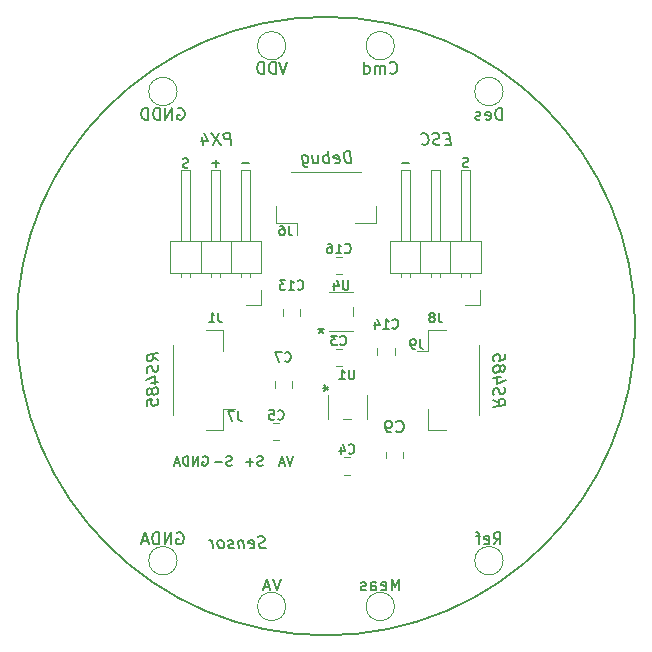
<source format=gbr>
%TF.GenerationSoftware,KiCad,Pcbnew,6.0.10-86aedd382b~118~ubuntu20.04.1*%
%TF.CreationDate,2023-01-12T10:33:16+01:00*%
%TF.ProjectId,thrust_controller,74687275-7374-45f6-936f-6e74726f6c6c,rev?*%
%TF.SameCoordinates,Original*%
%TF.FileFunction,Legend,Bot*%
%TF.FilePolarity,Positive*%
%FSLAX46Y46*%
G04 Gerber Fmt 4.6, Leading zero omitted, Abs format (unit mm)*
G04 Created by KiCad (PCBNEW 6.0.10-86aedd382b~118~ubuntu20.04.1) date 2023-01-12 10:33:16*
%MOMM*%
%LPD*%
G01*
G04 APERTURE LIST*
%TA.AperFunction,Profile*%
%ADD10C,0.200000*%
%TD*%
%ADD11C,0.200000*%
%ADD12C,0.150000*%
%ADD13C,0.120000*%
G04 APERTURE END LIST*
D10*
X169350000Y-83700000D02*
G75*
G03*
X169350000Y-83700000I-26180000J0D01*
G01*
D11*
X138082053Y-102454761D02*
X137945148Y-102502380D01*
X137707053Y-102502380D01*
X137605863Y-102454761D01*
X137552291Y-102407142D01*
X137492767Y-102311904D01*
X137480863Y-102216666D01*
X137516577Y-102121428D01*
X137558244Y-102073809D01*
X137647529Y-102026190D01*
X137832053Y-101978571D01*
X137921339Y-101930952D01*
X137963005Y-101883333D01*
X137998720Y-101788095D01*
X137986815Y-101692857D01*
X137927291Y-101597619D01*
X137873720Y-101550000D01*
X137772529Y-101502380D01*
X137534434Y-101502380D01*
X137397529Y-101550000D01*
X136701101Y-102454761D02*
X136802291Y-102502380D01*
X136992767Y-102502380D01*
X137082053Y-102454761D01*
X137117767Y-102359523D01*
X137070148Y-101978571D01*
X137010625Y-101883333D01*
X136909434Y-101835714D01*
X136718958Y-101835714D01*
X136629672Y-101883333D01*
X136593958Y-101978571D01*
X136605863Y-102073809D01*
X137093958Y-102169047D01*
X136147529Y-101835714D02*
X136230863Y-102502380D01*
X136159434Y-101930952D02*
X136105863Y-101883333D01*
X136004672Y-101835714D01*
X135861815Y-101835714D01*
X135772529Y-101883333D01*
X135736815Y-101978571D01*
X135802291Y-102502380D01*
X135367767Y-102454761D02*
X135278482Y-102502380D01*
X135088005Y-102502380D01*
X134986815Y-102454761D01*
X134927291Y-102359523D01*
X134921339Y-102311904D01*
X134957053Y-102216666D01*
X135046339Y-102169047D01*
X135189196Y-102169047D01*
X135278482Y-102121428D01*
X135314196Y-102026190D01*
X135308244Y-101978571D01*
X135248720Y-101883333D01*
X135147529Y-101835714D01*
X135004672Y-101835714D01*
X134915386Y-101883333D01*
X134373720Y-102502380D02*
X134463005Y-102454761D01*
X134504672Y-102407142D01*
X134540386Y-102311904D01*
X134504672Y-102026190D01*
X134445148Y-101930952D01*
X134391577Y-101883333D01*
X134290386Y-101835714D01*
X134147529Y-101835714D01*
X134058244Y-101883333D01*
X134016577Y-101930952D01*
X133980863Y-102026190D01*
X134016577Y-102311904D01*
X134076101Y-102407142D01*
X134129672Y-102454761D01*
X134230863Y-102502380D01*
X134373720Y-102502380D01*
X133611815Y-102502380D02*
X133528482Y-101835714D01*
X133552291Y-102026190D02*
X133492767Y-101930952D01*
X133439196Y-101883333D01*
X133338005Y-101835714D01*
X133242767Y-101835714D01*
D12*
%TO.C,C13*%
X140774285Y-80535714D02*
X140812380Y-80573809D01*
X140926666Y-80611904D01*
X141002857Y-80611904D01*
X141117142Y-80573809D01*
X141193333Y-80497619D01*
X141231428Y-80421428D01*
X141269523Y-80269047D01*
X141269523Y-80154761D01*
X141231428Y-80002380D01*
X141193333Y-79926190D01*
X141117142Y-79850000D01*
X141002857Y-79811904D01*
X140926666Y-79811904D01*
X140812380Y-79850000D01*
X140774285Y-79888095D01*
X140012380Y-80611904D02*
X140469523Y-80611904D01*
X140240952Y-80611904D02*
X140240952Y-79811904D01*
X140317142Y-79926190D01*
X140393333Y-80002380D01*
X140469523Y-80040476D01*
X139745714Y-79811904D02*
X139250476Y-79811904D01*
X139517142Y-80116666D01*
X139402857Y-80116666D01*
X139326666Y-80154761D01*
X139288571Y-80192857D01*
X139250476Y-80269047D01*
X139250476Y-80459523D01*
X139288571Y-80535714D01*
X139326666Y-80573809D01*
X139402857Y-80611904D01*
X139631428Y-80611904D01*
X139707619Y-80573809D01*
X139745714Y-80535714D01*
%TO.C,C14*%
X148774285Y-83835714D02*
X148812380Y-83873809D01*
X148926666Y-83911904D01*
X149002857Y-83911904D01*
X149117142Y-83873809D01*
X149193333Y-83797619D01*
X149231428Y-83721428D01*
X149269523Y-83569047D01*
X149269523Y-83454761D01*
X149231428Y-83302380D01*
X149193333Y-83226190D01*
X149117142Y-83150000D01*
X149002857Y-83111904D01*
X148926666Y-83111904D01*
X148812380Y-83150000D01*
X148774285Y-83188095D01*
X148012380Y-83911904D02*
X148469523Y-83911904D01*
X148240952Y-83911904D02*
X148240952Y-83111904D01*
X148317142Y-83226190D01*
X148393333Y-83302380D01*
X148469523Y-83340476D01*
X147326666Y-83378571D02*
X147326666Y-83911904D01*
X147517142Y-83073809D02*
X147707619Y-83645238D01*
X147212380Y-83645238D01*
%TO.C,J2*%
X140402857Y-94711904D02*
X140136191Y-95511904D01*
X139869524Y-94711904D01*
X139640953Y-95283333D02*
X139260000Y-95283333D01*
X139717143Y-95511904D02*
X139450476Y-94711904D01*
X139183810Y-95511904D01*
%TO.C,J8*%
X152726666Y-82574504D02*
X152726666Y-83145933D01*
X152764761Y-83260219D01*
X152840952Y-83336409D01*
X152955238Y-83374504D01*
X153031428Y-83374504D01*
X152231428Y-82917361D02*
X152307619Y-82879266D01*
X152345714Y-82841171D01*
X152383809Y-82764980D01*
X152383809Y-82726885D01*
X152345714Y-82650695D01*
X152307619Y-82612600D01*
X152231428Y-82574504D01*
X152079047Y-82574504D01*
X152002857Y-82612600D01*
X151964761Y-82650695D01*
X151926666Y-82726885D01*
X151926666Y-82764980D01*
X151964761Y-82841171D01*
X152002857Y-82879266D01*
X152079047Y-82917361D01*
X152231428Y-82917361D01*
X152307619Y-82955457D01*
X152345714Y-82993552D01*
X152383809Y-83069742D01*
X152383809Y-83222123D01*
X152345714Y-83298314D01*
X152307619Y-83336409D01*
X152231428Y-83374504D01*
X152079047Y-83374504D01*
X152002857Y-83336409D01*
X151964761Y-83298314D01*
X151926666Y-83222123D01*
X151926666Y-83069742D01*
X151964761Y-82993552D01*
X152002857Y-82955457D01*
X152079047Y-82917361D01*
X150214761Y-69887142D02*
X149605238Y-69887142D01*
X154761428Y-69466190D02*
X154875714Y-69428095D01*
X155066190Y-69428095D01*
X155142380Y-69466190D01*
X155180476Y-69504285D01*
X155218571Y-69580476D01*
X155218571Y-69656666D01*
X155180476Y-69732857D01*
X155142380Y-69770952D01*
X155066190Y-69809047D01*
X154913809Y-69847142D01*
X154837619Y-69885238D01*
X154799523Y-69923333D01*
X154761428Y-69999523D01*
X154761428Y-70075714D01*
X154799523Y-70151904D01*
X154837619Y-70190000D01*
X154913809Y-70228095D01*
X155104285Y-70228095D01*
X155218571Y-70190000D01*
D11*
X153659672Y-67838571D02*
X153326339Y-67838571D01*
X153248958Y-68362380D02*
X153725148Y-68362380D01*
X153600148Y-67362380D01*
X153123958Y-67362380D01*
X152862053Y-68314761D02*
X152725148Y-68362380D01*
X152487053Y-68362380D01*
X152385863Y-68314761D01*
X152332291Y-68267142D01*
X152272767Y-68171904D01*
X152260863Y-68076666D01*
X152296577Y-67981428D01*
X152338244Y-67933809D01*
X152427529Y-67886190D01*
X152612053Y-67838571D01*
X152701339Y-67790952D01*
X152743005Y-67743333D01*
X152778720Y-67648095D01*
X152766815Y-67552857D01*
X152707291Y-67457619D01*
X152653720Y-67410000D01*
X152552529Y-67362380D01*
X152314434Y-67362380D01*
X152177529Y-67410000D01*
X151284672Y-68267142D02*
X151338244Y-68314761D01*
X151487053Y-68362380D01*
X151582291Y-68362380D01*
X151719196Y-68314761D01*
X151802529Y-68219523D01*
X151838244Y-68124285D01*
X151862053Y-67933809D01*
X151844196Y-67790952D01*
X151772767Y-67600476D01*
X151713244Y-67505238D01*
X151606101Y-67410000D01*
X151457291Y-67362380D01*
X151362053Y-67362380D01*
X151225148Y-67410000D01*
X151183482Y-67457619D01*
D12*
%TO.C,TP6*%
X130560476Y-101220000D02*
X130655714Y-101172380D01*
X130798571Y-101172380D01*
X130941428Y-101220000D01*
X131036666Y-101315238D01*
X131084285Y-101410476D01*
X131131904Y-101600952D01*
X131131904Y-101743809D01*
X131084285Y-101934285D01*
X131036666Y-102029523D01*
X130941428Y-102124761D01*
X130798571Y-102172380D01*
X130703333Y-102172380D01*
X130560476Y-102124761D01*
X130512857Y-102077142D01*
X130512857Y-101743809D01*
X130703333Y-101743809D01*
X130084285Y-102172380D02*
X130084285Y-101172380D01*
X129512857Y-102172380D01*
X129512857Y-101172380D01*
X129036666Y-102172380D02*
X129036666Y-101172380D01*
X128798571Y-101172380D01*
X128655714Y-101220000D01*
X128560476Y-101315238D01*
X128512857Y-101410476D01*
X128465238Y-101600952D01*
X128465238Y-101743809D01*
X128512857Y-101934285D01*
X128560476Y-102029523D01*
X128655714Y-102124761D01*
X128798571Y-102172380D01*
X129036666Y-102172380D01*
X128084285Y-101886666D02*
X127608095Y-101886666D01*
X128179523Y-102172380D02*
X127846190Y-101172380D01*
X127512857Y-102172380D01*
%TO.C,J5*%
X132745714Y-94750000D02*
X132821905Y-94711904D01*
X132936191Y-94711904D01*
X133050476Y-94750000D01*
X133126667Y-94826190D01*
X133164762Y-94902380D01*
X133202857Y-95054761D01*
X133202857Y-95169047D01*
X133164762Y-95321428D01*
X133126667Y-95397619D01*
X133050476Y-95473809D01*
X132936191Y-95511904D01*
X132860000Y-95511904D01*
X132745714Y-95473809D01*
X132707619Y-95435714D01*
X132707619Y-95169047D01*
X132860000Y-95169047D01*
X132364762Y-95511904D02*
X132364762Y-94711904D01*
X131907619Y-95511904D01*
X131907619Y-94711904D01*
X131526667Y-95511904D02*
X131526667Y-94711904D01*
X131336191Y-94711904D01*
X131221905Y-94750000D01*
X131145714Y-94826190D01*
X131107619Y-94902380D01*
X131069524Y-95054761D01*
X131069524Y-95169047D01*
X131107619Y-95321428D01*
X131145714Y-95397619D01*
X131221905Y-95473809D01*
X131336191Y-95511904D01*
X131526667Y-95511904D01*
X130764762Y-95283333D02*
X130383810Y-95283333D01*
X130840953Y-95511904D02*
X130574286Y-94711904D01*
X130307619Y-95511904D01*
%TO.C,U1*%
X145569523Y-87411904D02*
X145569523Y-88059523D01*
X145531428Y-88135714D01*
X145493333Y-88173809D01*
X145417142Y-88211904D01*
X145264761Y-88211904D01*
X145188571Y-88173809D01*
X145150476Y-88135714D01*
X145112380Y-88059523D01*
X145112380Y-87411904D01*
X144312380Y-88211904D02*
X144769523Y-88211904D01*
X144540952Y-88211904D02*
X144540952Y-87411904D01*
X144617142Y-87526190D01*
X144693333Y-87602380D01*
X144769523Y-87640476D01*
X142902380Y-88960000D02*
X143140476Y-88960000D01*
X143045238Y-88721904D02*
X143140476Y-88960000D01*
X143045238Y-89198095D01*
X143330952Y-88817142D02*
X143140476Y-88960000D01*
X143330952Y-89102857D01*
%TO.C,TP1*%
X139331904Y-105072380D02*
X138998571Y-106072380D01*
X138665238Y-105072380D01*
X138379523Y-105786666D02*
X137903333Y-105786666D01*
X138474761Y-106072380D02*
X138141428Y-105072380D01*
X137808095Y-106072380D01*
%TO.C,TP7*%
X148579523Y-62237142D02*
X148627142Y-62284761D01*
X148770000Y-62332380D01*
X148865238Y-62332380D01*
X149008095Y-62284761D01*
X149103333Y-62189523D01*
X149150952Y-62094285D01*
X149198571Y-61903809D01*
X149198571Y-61760952D01*
X149150952Y-61570476D01*
X149103333Y-61475238D01*
X149008095Y-61380000D01*
X148865238Y-61332380D01*
X148770000Y-61332380D01*
X148627142Y-61380000D01*
X148579523Y-61427619D01*
X148150952Y-62332380D02*
X148150952Y-61665714D01*
X148150952Y-61760952D02*
X148103333Y-61713333D01*
X148008095Y-61665714D01*
X147865238Y-61665714D01*
X147770000Y-61713333D01*
X147722380Y-61808571D01*
X147722380Y-62332380D01*
X147722380Y-61808571D02*
X147674761Y-61713333D01*
X147579523Y-61665714D01*
X147436666Y-61665714D01*
X147341428Y-61713333D01*
X147293809Y-61808571D01*
X147293809Y-62332380D01*
X146389047Y-62332380D02*
X146389047Y-61332380D01*
X146389047Y-62284761D02*
X146484285Y-62332380D01*
X146674761Y-62332380D01*
X146770000Y-62284761D01*
X146817619Y-62237142D01*
X146865238Y-62141904D01*
X146865238Y-61856190D01*
X146817619Y-61760952D01*
X146770000Y-61713333D01*
X146674761Y-61665714D01*
X146484285Y-61665714D01*
X146389047Y-61713333D01*
%TO.C,C4*%
X145093333Y-94435714D02*
X145131428Y-94473809D01*
X145245714Y-94511904D01*
X145321904Y-94511904D01*
X145436190Y-94473809D01*
X145512380Y-94397619D01*
X145550476Y-94321428D01*
X145588571Y-94169047D01*
X145588571Y-94054761D01*
X145550476Y-93902380D01*
X145512380Y-93826190D01*
X145436190Y-93750000D01*
X145321904Y-93711904D01*
X145245714Y-93711904D01*
X145131428Y-93750000D01*
X145093333Y-93788095D01*
X144407619Y-93978571D02*
X144407619Y-94511904D01*
X144598095Y-93673809D02*
X144788571Y-94245238D01*
X144293333Y-94245238D01*
%TO.C,J1*%
X134066666Y-82574504D02*
X134066666Y-83145933D01*
X134104761Y-83260219D01*
X134180952Y-83336409D01*
X134295238Y-83374504D01*
X134371428Y-83374504D01*
X133266666Y-83374504D02*
X133723809Y-83374504D01*
X133495238Y-83374504D02*
X133495238Y-82574504D01*
X133571428Y-82688790D01*
X133647619Y-82764980D01*
X133723809Y-82803076D01*
D11*
X135158958Y-68362380D02*
X135033958Y-67362380D01*
X134653005Y-67362380D01*
X134563720Y-67410000D01*
X134522053Y-67457619D01*
X134486339Y-67552857D01*
X134504196Y-67695714D01*
X134563720Y-67790952D01*
X134617291Y-67838571D01*
X134718482Y-67886190D01*
X135099434Y-67886190D01*
X134129196Y-67362380D02*
X133587529Y-68362380D01*
X133462529Y-67362380D02*
X134254196Y-68362380D01*
X132694672Y-67695714D02*
X132778005Y-68362380D01*
X132885148Y-67314761D02*
X133212529Y-68029047D01*
X132593482Y-68029047D01*
D12*
X131513571Y-70248809D02*
X131399285Y-70286904D01*
X131208809Y-70286904D01*
X131132619Y-70248809D01*
X131094523Y-70210714D01*
X131056428Y-70134523D01*
X131056428Y-70058333D01*
X131094523Y-69982142D01*
X131132619Y-69944047D01*
X131208809Y-69905952D01*
X131361190Y-69867857D01*
X131437380Y-69829761D01*
X131475476Y-69791666D01*
X131513571Y-69715476D01*
X131513571Y-69639285D01*
X131475476Y-69563095D01*
X131437380Y-69525000D01*
X131361190Y-69486904D01*
X131170714Y-69486904D01*
X131056428Y-69525000D01*
X136689761Y-69922142D02*
X136080238Y-69922142D01*
X133827142Y-69615238D02*
X133827142Y-70224761D01*
X134131904Y-69920000D02*
X133522380Y-69920000D01*
%TO.C,J6*%
X140026666Y-75211904D02*
X140026666Y-75783333D01*
X140064761Y-75897619D01*
X140140952Y-75973809D01*
X140255238Y-76011904D01*
X140331428Y-76011904D01*
X139302857Y-75211904D02*
X139455238Y-75211904D01*
X139531428Y-75250000D01*
X139569523Y-75288095D01*
X139645714Y-75402380D01*
X139683809Y-75554761D01*
X139683809Y-75859523D01*
X139645714Y-75935714D01*
X139607619Y-75973809D01*
X139531428Y-76011904D01*
X139379047Y-76011904D01*
X139302857Y-75973809D01*
X139264761Y-75935714D01*
X139226666Y-75859523D01*
X139226666Y-75669047D01*
X139264761Y-75592857D01*
X139302857Y-75554761D01*
X139379047Y-75516666D01*
X139531428Y-75516666D01*
X139607619Y-75554761D01*
X139645714Y-75592857D01*
X139683809Y-75669047D01*
D11*
X145302291Y-69902380D02*
X145177291Y-68902380D01*
X144939196Y-68902380D01*
X144802291Y-68950000D01*
X144718958Y-69045238D01*
X144683244Y-69140476D01*
X144659434Y-69330952D01*
X144677291Y-69473809D01*
X144748720Y-69664285D01*
X144808244Y-69759523D01*
X144915386Y-69854761D01*
X145064196Y-69902380D01*
X145302291Y-69902380D01*
X143915386Y-69854761D02*
X144016577Y-69902380D01*
X144207053Y-69902380D01*
X144296339Y-69854761D01*
X144332053Y-69759523D01*
X144284434Y-69378571D01*
X144224910Y-69283333D01*
X144123720Y-69235714D01*
X143933244Y-69235714D01*
X143843958Y-69283333D01*
X143808244Y-69378571D01*
X143820148Y-69473809D01*
X144308244Y-69569047D01*
X143445148Y-69902380D02*
X143320148Y-68902380D01*
X143367767Y-69283333D02*
X143266577Y-69235714D01*
X143076101Y-69235714D01*
X142986815Y-69283333D01*
X142945148Y-69330952D01*
X142909434Y-69426190D01*
X142945148Y-69711904D01*
X143004672Y-69807142D01*
X143058244Y-69854761D01*
X143159434Y-69902380D01*
X143349910Y-69902380D01*
X143439196Y-69854761D01*
X142028482Y-69235714D02*
X142111815Y-69902380D01*
X142457053Y-69235714D02*
X142522529Y-69759523D01*
X142486815Y-69854761D01*
X142397529Y-69902380D01*
X142254672Y-69902380D01*
X142153482Y-69854761D01*
X142099910Y-69807142D01*
X141123720Y-69235714D02*
X141224910Y-70045238D01*
X141284434Y-70140476D01*
X141338005Y-70188095D01*
X141439196Y-70235714D01*
X141582053Y-70235714D01*
X141671339Y-70188095D01*
X141201101Y-69854761D02*
X141302291Y-69902380D01*
X141492767Y-69902380D01*
X141582053Y-69854761D01*
X141623720Y-69807142D01*
X141659434Y-69711904D01*
X141623720Y-69426190D01*
X141564196Y-69330952D01*
X141510625Y-69283333D01*
X141409434Y-69235714D01*
X141218958Y-69235714D01*
X141129672Y-69283333D01*
D12*
%TO.C,U4*%
X145069523Y-79811904D02*
X145069523Y-80459523D01*
X145031428Y-80535714D01*
X144993333Y-80573809D01*
X144917142Y-80611904D01*
X144764761Y-80611904D01*
X144688571Y-80573809D01*
X144650476Y-80535714D01*
X144612380Y-80459523D01*
X144612380Y-79811904D01*
X143888571Y-80078571D02*
X143888571Y-80611904D01*
X144079047Y-79773809D02*
X144269523Y-80345238D01*
X143774285Y-80345238D01*
X142750000Y-83832380D02*
X142750000Y-84070476D01*
X142988095Y-83975238D02*
X142750000Y-84070476D01*
X142511904Y-83975238D01*
X142892857Y-84260952D02*
X142750000Y-84070476D01*
X142607142Y-84260952D01*
%TO.C,J3*%
X137817143Y-95473809D02*
X137702857Y-95511904D01*
X137512381Y-95511904D01*
X137436191Y-95473809D01*
X137398095Y-95435714D01*
X137360000Y-95359523D01*
X137360000Y-95283333D01*
X137398095Y-95207142D01*
X137436191Y-95169047D01*
X137512381Y-95130952D01*
X137664762Y-95092857D01*
X137740953Y-95054761D01*
X137779048Y-95016666D01*
X137817143Y-94940476D01*
X137817143Y-94864285D01*
X137779048Y-94788095D01*
X137740953Y-94750000D01*
X137664762Y-94711904D01*
X137474286Y-94711904D01*
X137360000Y-94750000D01*
X137017143Y-95207142D02*
X136407619Y-95207142D01*
X136712381Y-95511904D02*
X136712381Y-94902380D01*
%TO.C,TP5*%
X139903333Y-61332380D02*
X139570000Y-62332380D01*
X139236666Y-61332380D01*
X138903333Y-62332380D02*
X138903333Y-61332380D01*
X138665238Y-61332380D01*
X138522380Y-61380000D01*
X138427142Y-61475238D01*
X138379523Y-61570476D01*
X138331904Y-61760952D01*
X138331904Y-61903809D01*
X138379523Y-62094285D01*
X138427142Y-62189523D01*
X138522380Y-62284761D01*
X138665238Y-62332380D01*
X138903333Y-62332380D01*
X137903333Y-62332380D02*
X137903333Y-61332380D01*
X137665238Y-61332380D01*
X137522380Y-61380000D01*
X137427142Y-61475238D01*
X137379523Y-61570476D01*
X137331904Y-61760952D01*
X137331904Y-61903809D01*
X137379523Y-62094285D01*
X137427142Y-62189523D01*
X137522380Y-62284761D01*
X137665238Y-62332380D01*
X137903333Y-62332380D01*
%TO.C,J7*%
X135726666Y-90911904D02*
X135726666Y-91483333D01*
X135764761Y-91597619D01*
X135840952Y-91673809D01*
X135955238Y-91711904D01*
X136031428Y-91711904D01*
X135421904Y-90911904D02*
X134888571Y-90911904D01*
X135231428Y-91711904D01*
D11*
X128992380Y-86590089D02*
X128516190Y-86316279D01*
X128992380Y-86018660D02*
X127992380Y-86143660D01*
X127992380Y-86524613D01*
X128040000Y-86613898D01*
X128087619Y-86655565D01*
X128182857Y-86691279D01*
X128325714Y-86673422D01*
X128420952Y-86613898D01*
X128468571Y-86560327D01*
X128516190Y-86459136D01*
X128516190Y-86078184D01*
X128944761Y-86976994D02*
X128992380Y-87113898D01*
X128992380Y-87351994D01*
X128944761Y-87453184D01*
X128897142Y-87506755D01*
X128801904Y-87566279D01*
X128706666Y-87578184D01*
X128611428Y-87542470D01*
X128563809Y-87500803D01*
X128516190Y-87411517D01*
X128468571Y-87226994D01*
X128420952Y-87137708D01*
X128373333Y-87096041D01*
X128278095Y-87060327D01*
X128182857Y-87072232D01*
X128087619Y-87131755D01*
X128040000Y-87185327D01*
X127992380Y-87286517D01*
X127992380Y-87524613D01*
X128040000Y-87661517D01*
X128325714Y-88482946D02*
X128992380Y-88399613D01*
X127944761Y-88292470D02*
X128659047Y-87965089D01*
X128659047Y-88584136D01*
X128420952Y-89137708D02*
X128373333Y-89048422D01*
X128325714Y-89006755D01*
X128230476Y-88971041D01*
X128182857Y-88976994D01*
X128087619Y-89036517D01*
X128040000Y-89090089D01*
X127992380Y-89191279D01*
X127992380Y-89381755D01*
X128040000Y-89471041D01*
X128087619Y-89512708D01*
X128182857Y-89548422D01*
X128230476Y-89542470D01*
X128325714Y-89482946D01*
X128373333Y-89429375D01*
X128420952Y-89328184D01*
X128420952Y-89137708D01*
X128468571Y-89036517D01*
X128516190Y-88982946D01*
X128611428Y-88923422D01*
X128801904Y-88899613D01*
X128897142Y-88935327D01*
X128944761Y-88976994D01*
X128992380Y-89066279D01*
X128992380Y-89256755D01*
X128944761Y-89357946D01*
X128897142Y-89411517D01*
X128801904Y-89471041D01*
X128611428Y-89494851D01*
X128516190Y-89459136D01*
X128468571Y-89417470D01*
X128420952Y-89328184D01*
X127992380Y-90476994D02*
X127992380Y-90000803D01*
X128468571Y-89893660D01*
X128420952Y-89947232D01*
X128373333Y-90048422D01*
X128373333Y-90286517D01*
X128420952Y-90375803D01*
X128468571Y-90417470D01*
X128563809Y-90453184D01*
X128801904Y-90423422D01*
X128897142Y-90363898D01*
X128944761Y-90310327D01*
X128992380Y-90209136D01*
X128992380Y-89971041D01*
X128944761Y-89881755D01*
X128897142Y-89840089D01*
D12*
%TO.C,TP4*%
X157374761Y-102172380D02*
X157708095Y-101696190D01*
X157946190Y-102172380D02*
X157946190Y-101172380D01*
X157565238Y-101172380D01*
X157470000Y-101220000D01*
X157422380Y-101267619D01*
X157374761Y-101362857D01*
X157374761Y-101505714D01*
X157422380Y-101600952D01*
X157470000Y-101648571D01*
X157565238Y-101696190D01*
X157946190Y-101696190D01*
X156565238Y-102124761D02*
X156660476Y-102172380D01*
X156850952Y-102172380D01*
X156946190Y-102124761D01*
X156993809Y-102029523D01*
X156993809Y-101648571D01*
X156946190Y-101553333D01*
X156850952Y-101505714D01*
X156660476Y-101505714D01*
X156565238Y-101553333D01*
X156517619Y-101648571D01*
X156517619Y-101743809D01*
X156993809Y-101839047D01*
X156231904Y-101505714D02*
X155850952Y-101505714D01*
X156089047Y-102172380D02*
X156089047Y-101315238D01*
X156041428Y-101220000D01*
X155946190Y-101172380D01*
X155850952Y-101172380D01*
%TO.C,J9*%
X151126666Y-84811904D02*
X151126666Y-85383333D01*
X151164761Y-85497619D01*
X151240952Y-85573809D01*
X151355238Y-85611904D01*
X151431428Y-85611904D01*
X150707619Y-85611904D02*
X150555238Y-85611904D01*
X150479047Y-85573809D01*
X150440952Y-85535714D01*
X150364761Y-85421428D01*
X150326666Y-85269047D01*
X150326666Y-84964285D01*
X150364761Y-84888095D01*
X150402857Y-84850000D01*
X150479047Y-84811904D01*
X150631428Y-84811904D01*
X150707619Y-84850000D01*
X150745714Y-84888095D01*
X150783809Y-84964285D01*
X150783809Y-85154761D01*
X150745714Y-85230952D01*
X150707619Y-85269047D01*
X150631428Y-85307142D01*
X150479047Y-85307142D01*
X150402857Y-85269047D01*
X150364761Y-85230952D01*
X150326666Y-85154761D01*
D11*
X157327619Y-89939910D02*
X157803809Y-90213720D01*
X157327619Y-90511339D02*
X158327619Y-90386339D01*
X158327619Y-90005386D01*
X158280000Y-89916101D01*
X158232380Y-89874434D01*
X158137142Y-89838720D01*
X157994285Y-89856577D01*
X157899047Y-89916101D01*
X157851428Y-89969672D01*
X157803809Y-90070863D01*
X157803809Y-90451815D01*
X157375238Y-89553005D02*
X157327619Y-89416101D01*
X157327619Y-89178005D01*
X157375238Y-89076815D01*
X157422857Y-89023244D01*
X157518095Y-88963720D01*
X157613333Y-88951815D01*
X157708571Y-88987529D01*
X157756190Y-89029196D01*
X157803809Y-89118482D01*
X157851428Y-89303005D01*
X157899047Y-89392291D01*
X157946666Y-89433958D01*
X158041904Y-89469672D01*
X158137142Y-89457767D01*
X158232380Y-89398244D01*
X158280000Y-89344672D01*
X158327619Y-89243482D01*
X158327619Y-89005386D01*
X158280000Y-88868482D01*
X157994285Y-88047053D02*
X157327619Y-88130386D01*
X158375238Y-88237529D02*
X157660952Y-88564910D01*
X157660952Y-87945863D01*
X157899047Y-87392291D02*
X157946666Y-87481577D01*
X157994285Y-87523244D01*
X158089523Y-87558958D01*
X158137142Y-87553005D01*
X158232380Y-87493482D01*
X158280000Y-87439910D01*
X158327619Y-87338720D01*
X158327619Y-87148244D01*
X158280000Y-87058958D01*
X158232380Y-87017291D01*
X158137142Y-86981577D01*
X158089523Y-86987529D01*
X157994285Y-87047053D01*
X157946666Y-87100625D01*
X157899047Y-87201815D01*
X157899047Y-87392291D01*
X157851428Y-87493482D01*
X157803809Y-87547053D01*
X157708571Y-87606577D01*
X157518095Y-87630386D01*
X157422857Y-87594672D01*
X157375238Y-87553005D01*
X157327619Y-87463720D01*
X157327619Y-87273244D01*
X157375238Y-87172053D01*
X157422857Y-87118482D01*
X157518095Y-87058958D01*
X157708571Y-87035148D01*
X157803809Y-87070863D01*
X157851428Y-87112529D01*
X157899047Y-87201815D01*
X158327619Y-86053005D02*
X158327619Y-86529196D01*
X157851428Y-86636339D01*
X157899047Y-86582767D01*
X157946666Y-86481577D01*
X157946666Y-86243482D01*
X157899047Y-86154196D01*
X157851428Y-86112529D01*
X157756190Y-86076815D01*
X157518095Y-86106577D01*
X157422857Y-86166101D01*
X157375238Y-86219672D01*
X157327619Y-86320863D01*
X157327619Y-86558958D01*
X157375238Y-86648244D01*
X157422857Y-86689910D01*
D12*
%TO.C,C3*%
X144393333Y-85235714D02*
X144431428Y-85273809D01*
X144545714Y-85311904D01*
X144621904Y-85311904D01*
X144736190Y-85273809D01*
X144812380Y-85197619D01*
X144850476Y-85121428D01*
X144888571Y-84969047D01*
X144888571Y-84854761D01*
X144850476Y-84702380D01*
X144812380Y-84626190D01*
X144736190Y-84550000D01*
X144621904Y-84511904D01*
X144545714Y-84511904D01*
X144431428Y-84550000D01*
X144393333Y-84588095D01*
X144126666Y-84511904D02*
X143631428Y-84511904D01*
X143898095Y-84816666D01*
X143783809Y-84816666D01*
X143707619Y-84854761D01*
X143669523Y-84892857D01*
X143631428Y-84969047D01*
X143631428Y-85159523D01*
X143669523Y-85235714D01*
X143707619Y-85273809D01*
X143783809Y-85311904D01*
X144012380Y-85311904D01*
X144088571Y-85273809D01*
X144126666Y-85235714D01*
%TO.C,TP3*%
X149389047Y-106072380D02*
X149389047Y-105072380D01*
X149055714Y-105786666D01*
X148722380Y-105072380D01*
X148722380Y-106072380D01*
X147865238Y-106024761D02*
X147960476Y-106072380D01*
X148150952Y-106072380D01*
X148246190Y-106024761D01*
X148293809Y-105929523D01*
X148293809Y-105548571D01*
X148246190Y-105453333D01*
X148150952Y-105405714D01*
X147960476Y-105405714D01*
X147865238Y-105453333D01*
X147817619Y-105548571D01*
X147817619Y-105643809D01*
X148293809Y-105739047D01*
X146960476Y-106072380D02*
X146960476Y-105548571D01*
X147008095Y-105453333D01*
X147103333Y-105405714D01*
X147293809Y-105405714D01*
X147389047Y-105453333D01*
X146960476Y-106024761D02*
X147055714Y-106072380D01*
X147293809Y-106072380D01*
X147389047Y-106024761D01*
X147436666Y-105929523D01*
X147436666Y-105834285D01*
X147389047Y-105739047D01*
X147293809Y-105691428D01*
X147055714Y-105691428D01*
X146960476Y-105643809D01*
X146531904Y-106024761D02*
X146436666Y-106072380D01*
X146246190Y-106072380D01*
X146150952Y-106024761D01*
X146103333Y-105929523D01*
X146103333Y-105881904D01*
X146150952Y-105786666D01*
X146246190Y-105739047D01*
X146389047Y-105739047D01*
X146484285Y-105691428D01*
X146531904Y-105596190D01*
X146531904Y-105548571D01*
X146484285Y-105453333D01*
X146389047Y-105405714D01*
X146246190Y-105405714D01*
X146150952Y-105453333D01*
%TO.C,C7*%
X139693333Y-86635714D02*
X139731428Y-86673809D01*
X139845714Y-86711904D01*
X139921904Y-86711904D01*
X140036190Y-86673809D01*
X140112380Y-86597619D01*
X140150476Y-86521428D01*
X140188571Y-86369047D01*
X140188571Y-86254761D01*
X140150476Y-86102380D01*
X140112380Y-86026190D01*
X140036190Y-85950000D01*
X139921904Y-85911904D01*
X139845714Y-85911904D01*
X139731428Y-85950000D01*
X139693333Y-85988095D01*
X139426666Y-85911904D02*
X138893333Y-85911904D01*
X139236190Y-86711904D01*
%TO.C,C5*%
X139093333Y-91535714D02*
X139131428Y-91573809D01*
X139245714Y-91611904D01*
X139321904Y-91611904D01*
X139436190Y-91573809D01*
X139512380Y-91497619D01*
X139550476Y-91421428D01*
X139588571Y-91269047D01*
X139588571Y-91154761D01*
X139550476Y-91002380D01*
X139512380Y-90926190D01*
X139436190Y-90850000D01*
X139321904Y-90811904D01*
X139245714Y-90811904D01*
X139131428Y-90850000D01*
X139093333Y-90888095D01*
X138369523Y-90811904D02*
X138750476Y-90811904D01*
X138788571Y-91192857D01*
X138750476Y-91154761D01*
X138674285Y-91116666D01*
X138483809Y-91116666D01*
X138407619Y-91154761D01*
X138369523Y-91192857D01*
X138331428Y-91269047D01*
X138331428Y-91459523D01*
X138369523Y-91535714D01*
X138407619Y-91573809D01*
X138483809Y-91611904D01*
X138674285Y-91611904D01*
X138750476Y-91573809D01*
X138788571Y-91535714D01*
%TO.C,J4*%
X135183809Y-95473809D02*
X135069523Y-95511904D01*
X134879047Y-95511904D01*
X134802857Y-95473809D01*
X134764761Y-95435714D01*
X134726666Y-95359523D01*
X134726666Y-95283333D01*
X134764761Y-95207142D01*
X134802857Y-95169047D01*
X134879047Y-95130952D01*
X135031428Y-95092857D01*
X135107619Y-95054761D01*
X135145714Y-95016666D01*
X135183809Y-94940476D01*
X135183809Y-94864285D01*
X135145714Y-94788095D01*
X135107619Y-94750000D01*
X135031428Y-94711904D01*
X134840952Y-94711904D01*
X134726666Y-94750000D01*
X134383809Y-95207142D02*
X133774285Y-95207142D01*
%TO.C,TP2*%
X158065238Y-66232380D02*
X158065238Y-65232380D01*
X157827142Y-65232380D01*
X157684285Y-65280000D01*
X157589047Y-65375238D01*
X157541428Y-65470476D01*
X157493809Y-65660952D01*
X157493809Y-65803809D01*
X157541428Y-65994285D01*
X157589047Y-66089523D01*
X157684285Y-66184761D01*
X157827142Y-66232380D01*
X158065238Y-66232380D01*
X156684285Y-66184761D02*
X156779523Y-66232380D01*
X156970000Y-66232380D01*
X157065238Y-66184761D01*
X157112857Y-66089523D01*
X157112857Y-65708571D01*
X157065238Y-65613333D01*
X156970000Y-65565714D01*
X156779523Y-65565714D01*
X156684285Y-65613333D01*
X156636666Y-65708571D01*
X156636666Y-65803809D01*
X157112857Y-65899047D01*
X156255714Y-66184761D02*
X156160476Y-66232380D01*
X155970000Y-66232380D01*
X155874761Y-66184761D01*
X155827142Y-66089523D01*
X155827142Y-66041904D01*
X155874761Y-65946666D01*
X155970000Y-65899047D01*
X156112857Y-65899047D01*
X156208095Y-65851428D01*
X156255714Y-65756190D01*
X156255714Y-65708571D01*
X156208095Y-65613333D01*
X156112857Y-65565714D01*
X155970000Y-65565714D01*
X155874761Y-65613333D01*
%TO.C,C16*%
X144774285Y-77435714D02*
X144812380Y-77473809D01*
X144926666Y-77511904D01*
X145002857Y-77511904D01*
X145117142Y-77473809D01*
X145193333Y-77397619D01*
X145231428Y-77321428D01*
X145269523Y-77169047D01*
X145269523Y-77054761D01*
X145231428Y-76902380D01*
X145193333Y-76826190D01*
X145117142Y-76750000D01*
X145002857Y-76711904D01*
X144926666Y-76711904D01*
X144812380Y-76750000D01*
X144774285Y-76788095D01*
X144012380Y-77511904D02*
X144469523Y-77511904D01*
X144240952Y-77511904D02*
X144240952Y-76711904D01*
X144317142Y-76826190D01*
X144393333Y-76902380D01*
X144469523Y-76940476D01*
X143326666Y-76711904D02*
X143479047Y-76711904D01*
X143555238Y-76750000D01*
X143593333Y-76788095D01*
X143669523Y-76902380D01*
X143707619Y-77054761D01*
X143707619Y-77359523D01*
X143669523Y-77435714D01*
X143631428Y-77473809D01*
X143555238Y-77511904D01*
X143402857Y-77511904D01*
X143326666Y-77473809D01*
X143288571Y-77435714D01*
X143250476Y-77359523D01*
X143250476Y-77169047D01*
X143288571Y-77092857D01*
X143326666Y-77054761D01*
X143402857Y-77016666D01*
X143555238Y-77016666D01*
X143631428Y-77054761D01*
X143669523Y-77092857D01*
X143707619Y-77169047D01*
%TO.C,TP8*%
X130631904Y-65270000D02*
X130727142Y-65222380D01*
X130870000Y-65222380D01*
X131012857Y-65270000D01*
X131108095Y-65365238D01*
X131155714Y-65460476D01*
X131203333Y-65650952D01*
X131203333Y-65793809D01*
X131155714Y-65984285D01*
X131108095Y-66079523D01*
X131012857Y-66174761D01*
X130870000Y-66222380D01*
X130774761Y-66222380D01*
X130631904Y-66174761D01*
X130584285Y-66127142D01*
X130584285Y-65793809D01*
X130774761Y-65793809D01*
X130155714Y-66222380D02*
X130155714Y-65222380D01*
X129584285Y-66222380D01*
X129584285Y-65222380D01*
X129108095Y-66222380D02*
X129108095Y-65222380D01*
X128870000Y-65222380D01*
X128727142Y-65270000D01*
X128631904Y-65365238D01*
X128584285Y-65460476D01*
X128536666Y-65650952D01*
X128536666Y-65793809D01*
X128584285Y-65984285D01*
X128631904Y-66079523D01*
X128727142Y-66174761D01*
X128870000Y-66222380D01*
X129108095Y-66222380D01*
X128108095Y-66222380D02*
X128108095Y-65222380D01*
X127870000Y-65222380D01*
X127727142Y-65270000D01*
X127631904Y-65365238D01*
X127584285Y-65460476D01*
X127536666Y-65650952D01*
X127536666Y-65793809D01*
X127584285Y-65984285D01*
X127631904Y-66079523D01*
X127727142Y-66174761D01*
X127870000Y-66222380D01*
X128108095Y-66222380D01*
%TO.C,C9*%
X149126666Y-92607142D02*
X149174285Y-92654761D01*
X149317142Y-92702380D01*
X149412380Y-92702380D01*
X149555238Y-92654761D01*
X149650476Y-92559523D01*
X149698095Y-92464285D01*
X149745714Y-92273809D01*
X149745714Y-92130952D01*
X149698095Y-91940476D01*
X149650476Y-91845238D01*
X149555238Y-91750000D01*
X149412380Y-91702380D01*
X149317142Y-91702380D01*
X149174285Y-91750000D01*
X149126666Y-91797619D01*
X148650476Y-92702380D02*
X148460000Y-92702380D01*
X148364761Y-92654761D01*
X148317142Y-92607142D01*
X148221904Y-92464285D01*
X148174285Y-92273809D01*
X148174285Y-91892857D01*
X148221904Y-91797619D01*
X148269523Y-91750000D01*
X148364761Y-91702380D01*
X148555238Y-91702380D01*
X148650476Y-91750000D01*
X148698095Y-91797619D01*
X148745714Y-91892857D01*
X148745714Y-92130952D01*
X148698095Y-92226190D01*
X148650476Y-92273809D01*
X148555238Y-92321428D01*
X148364761Y-92321428D01*
X148269523Y-92273809D01*
X148221904Y-92226190D01*
X148174285Y-92130952D01*
D13*
%TO.C,C13*%
X140995000Y-82811252D02*
X140995000Y-82288748D01*
X139525000Y-82811252D02*
X139525000Y-82288748D01*
%TO.C,C14*%
X148995000Y-85588748D02*
X148995000Y-86111252D01*
X147525000Y-85588748D02*
X147525000Y-86111252D01*
%TO.C,J8*%
X156315000Y-79185000D02*
X148575000Y-79185000D01*
X154985000Y-81895000D02*
X156255000Y-81895000D01*
X149525000Y-70525000D02*
X149525000Y-76525000D01*
X154605000Y-79515000D02*
X154605000Y-79185000D01*
X148575000Y-79185000D02*
X148575000Y-76525000D01*
X152825000Y-76525000D02*
X152825000Y-70525000D01*
X150285000Y-76525000D02*
X150285000Y-70525000D01*
X152065000Y-79582071D02*
X152065000Y-79185000D01*
X155365000Y-76525000D02*
X155365000Y-70525000D01*
X148575000Y-76525000D02*
X156315000Y-76525000D01*
X150285000Y-79582071D02*
X150285000Y-79185000D01*
X151175000Y-79185000D02*
X151175000Y-76525000D01*
X154605000Y-70525000D02*
X154605000Y-76525000D01*
X156315000Y-76525000D02*
X156315000Y-79185000D01*
X152825000Y-79582071D02*
X152825000Y-79185000D01*
X149525000Y-79582071D02*
X149525000Y-79185000D01*
X153715000Y-79185000D02*
X153715000Y-76525000D01*
X152825000Y-70525000D02*
X152065000Y-70525000D01*
X155365000Y-70525000D02*
X154605000Y-70525000D01*
X150285000Y-70525000D02*
X149525000Y-70525000D01*
X155365000Y-79515000D02*
X155365000Y-79185000D01*
X156255000Y-81895000D02*
X156255000Y-80625000D01*
X152065000Y-70525000D02*
X152065000Y-76525000D01*
%TO.C,TP6*%
X130570000Y-103560000D02*
G75*
G03*
X130570000Y-103560000I-1200000J0D01*
G01*
%TO.C,U1*%
X145323261Y-91553300D02*
X144596739Y-91553300D01*
X143309000Y-91553300D02*
X143309000Y-89546700D01*
X146611000Y-89546700D02*
X146611000Y-91553300D01*
%TO.C,TP1*%
X139770000Y-107440000D02*
G75*
G03*
X139770000Y-107440000I-1200000J0D01*
G01*
%TO.C,TP7*%
X148970000Y-59960000D02*
G75*
G03*
X148970000Y-59960000I-1200000J0D01*
G01*
%TO.C,C4*%
X144698748Y-94815000D02*
X145221252Y-94815000D01*
X144698748Y-96285000D02*
X145221252Y-96285000D01*
%TO.C,J1*%
X133465000Y-79582071D02*
X133465000Y-79185000D01*
X136765000Y-79515000D02*
X136765000Y-79185000D01*
X135115000Y-79185000D02*
X135115000Y-76525000D01*
X137715000Y-79185000D02*
X129975000Y-79185000D01*
X136385000Y-81895000D02*
X137655000Y-81895000D01*
X134225000Y-79582071D02*
X134225000Y-79185000D01*
X132575000Y-79185000D02*
X132575000Y-76525000D01*
X131685000Y-79582071D02*
X131685000Y-79185000D01*
X131685000Y-76525000D02*
X131685000Y-70525000D01*
X136765000Y-70525000D02*
X136005000Y-70525000D01*
X137715000Y-76525000D02*
X137715000Y-79185000D01*
X130925000Y-79582071D02*
X130925000Y-79185000D01*
X134225000Y-70525000D02*
X133465000Y-70525000D01*
X129975000Y-76525000D02*
X137715000Y-76525000D01*
X136005000Y-70525000D02*
X136005000Y-76525000D01*
X129975000Y-79185000D02*
X129975000Y-76525000D01*
X136765000Y-76525000D02*
X136765000Y-70525000D01*
X136005000Y-79515000D02*
X136005000Y-79185000D01*
X131685000Y-70525000D02*
X130925000Y-70525000D01*
X130925000Y-70525000D02*
X130925000Y-76525000D01*
X134225000Y-76525000D02*
X134225000Y-70525000D01*
X137655000Y-81895000D02*
X137655000Y-80625000D01*
X133465000Y-70525000D02*
X133465000Y-76525000D01*
%TO.C,J6*%
X138925000Y-74960000D02*
X140725000Y-74960000D01*
X147395000Y-74960000D02*
X145595000Y-74960000D01*
X138925000Y-73510000D02*
X138925000Y-74960000D01*
X140195000Y-70690000D02*
X146125000Y-70690000D01*
X140725000Y-74960000D02*
X140725000Y-75950000D01*
X147395000Y-73510000D02*
X147395000Y-74960000D01*
%TO.C,U4*%
X143456700Y-80799000D02*
X145463300Y-80799000D01*
X145463300Y-84101000D02*
X143456700Y-84101000D01*
X145463300Y-82086739D02*
X145463300Y-82813261D01*
%TO.C,TP5*%
X139770000Y-59960000D02*
G75*
G03*
X139770000Y-59960000I-1200000J0D01*
G01*
%TO.C,J7*%
X133020000Y-92485000D02*
X134470000Y-92485000D01*
X134470000Y-84015000D02*
X134470000Y-85815000D01*
X130200000Y-91215000D02*
X130200000Y-85285000D01*
X134470000Y-90685000D02*
X135460000Y-90685000D01*
X134470000Y-92485000D02*
X134470000Y-90685000D01*
X133020000Y-84015000D02*
X134470000Y-84015000D01*
%TO.C,TP4*%
X158170000Y-103560000D02*
G75*
G03*
X158170000Y-103560000I-1200000J0D01*
G01*
%TO.C,J9*%
X156120000Y-85285000D02*
X156120000Y-91215000D01*
X151850000Y-84015000D02*
X151850000Y-85815000D01*
X153300000Y-92485000D02*
X151850000Y-92485000D01*
X151850000Y-85815000D02*
X150860000Y-85815000D01*
X151850000Y-92485000D02*
X151850000Y-90685000D01*
X153300000Y-84015000D02*
X151850000Y-84015000D01*
%TO.C,C3*%
X143998748Y-85615000D02*
X144521252Y-85615000D01*
X143998748Y-87085000D02*
X144521252Y-87085000D01*
%TO.C,TP3*%
X148970000Y-107440000D02*
G75*
G03*
X148970000Y-107440000I-1200000J0D01*
G01*
%TO.C,C7*%
X140295000Y-88388748D02*
X140295000Y-88911252D01*
X138825000Y-88388748D02*
X138825000Y-88911252D01*
%TO.C,C5*%
X139221252Y-91915000D02*
X138698748Y-91915000D01*
X139221252Y-93385000D02*
X138698748Y-93385000D01*
%TO.C,TP2*%
X158170000Y-63840000D02*
G75*
G03*
X158170000Y-63840000I-1200000J0D01*
G01*
%TO.C,C16*%
X144521252Y-79285000D02*
X143998748Y-79285000D01*
X144521252Y-77815000D02*
X143998748Y-77815000D01*
%TO.C,TP8*%
X130570000Y-63840000D02*
G75*
G03*
X130570000Y-63840000I-1200000J0D01*
G01*
%TO.C,C9*%
X148225000Y-94388748D02*
X148225000Y-94911252D01*
X149695000Y-94388748D02*
X149695000Y-94911252D01*
%TD*%
M02*

</source>
